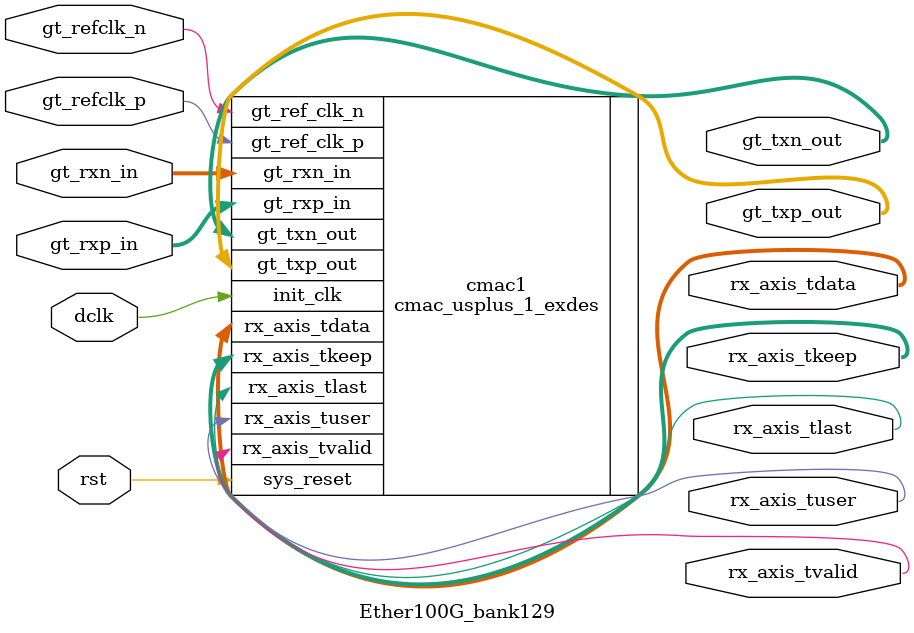
<source format=v>
`timescale 1ns / 1ps


module Ether100G_bank129(
    input             gt_refclk_p,
    input             gt_refclk_n,  
     
    input  wire [3:0] gt_rxp_in,
    input  wire [3:0] gt_rxn_in,
    output wire [3:0] gt_txp_out,
    output wire [3:0] gt_txn_out,
    
    input dclk,
    input rst,
    
    output            rx_axis_tvalid,
    output [511:0]    rx_axis_tdata,
    output            rx_axis_tlast,
    output [63:0]     rx_axis_tkeep,
    output            rx_axis_tuser      
    );
    

cmac_usplus_1_exdes cmac1(
    .gt_rxp_in(gt_rxp_in),
    .gt_rxn_in(gt_rxn_in),
    .gt_txp_out(gt_txp_out),
    .gt_txn_out(gt_txn_out),

    .sys_reset(rst),

    .gt_ref_clk_p(gt_refclk_p),
    .gt_ref_clk_n(gt_refclk_n),
    .init_clk(dclk),
    
    .rx_axis_tvalid(rx_axis_tvalid),
    .rx_axis_tdata(rx_axis_tdata),
    .rx_axis_tlast(rx_axis_tlast),
    .rx_axis_tkeep(rx_axis_tkeep),
    .rx_axis_tuser(rx_axis_tuser)
);
    
endmodule

</source>
